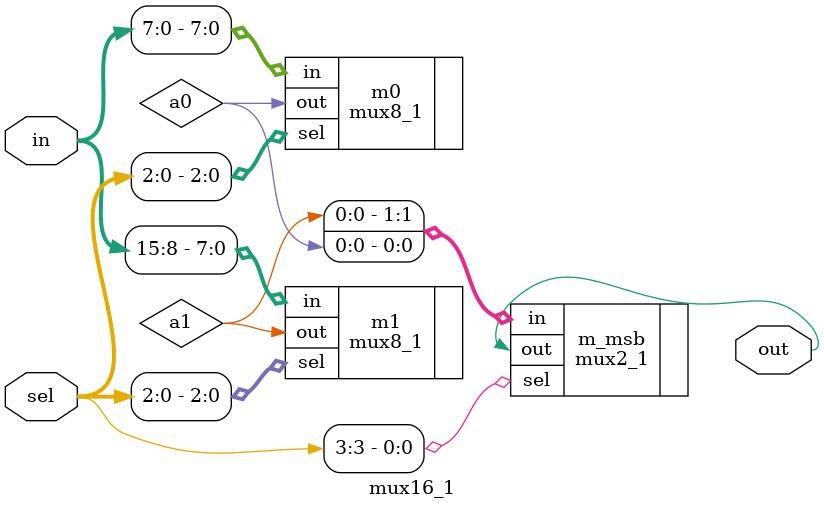
<source format=sv>
module mux16_1 (sel, in, out);

	input logic [3:0] sel;
	input logic [15:0] in;
	output logic out;
	
	logic a1, a0;
	
	mux8_1 m0 (.sel(sel[2:0]), .in(in[7:0]), .out(a0));
	mux8_1 m1 (.sel(sel[2:0]), .in(in[15:8]), .out(a1));
	
	mux2_1 m_msb (.sel(sel[3]), .in({a1, a0}), .out);

endmodule

</source>
